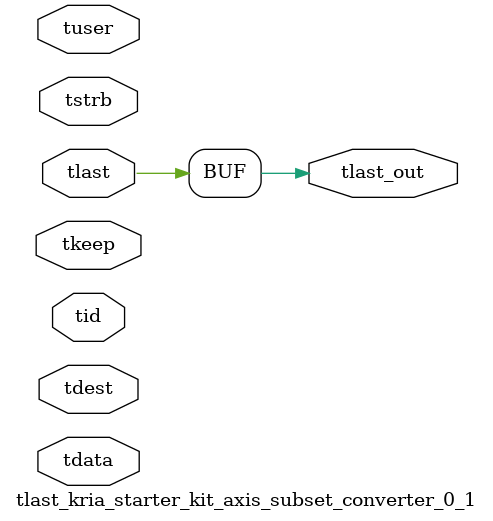
<source format=v>


`timescale 1ps/1ps

module tlast_kria_starter_kit_axis_subset_converter_0_1 #
(
parameter C_S_AXIS_TID_WIDTH   = 1,
parameter C_S_AXIS_TUSER_WIDTH = 0,
parameter C_S_AXIS_TDATA_WIDTH = 0,
parameter C_S_AXIS_TDEST_WIDTH = 0
)
(
input  [(C_S_AXIS_TID_WIDTH   == 0 ? 1 : C_S_AXIS_TID_WIDTH)-1:0       ] tid,
input  [(C_S_AXIS_TDATA_WIDTH == 0 ? 1 : C_S_AXIS_TDATA_WIDTH)-1:0     ] tdata,
input  [(C_S_AXIS_TUSER_WIDTH == 0 ? 1 : C_S_AXIS_TUSER_WIDTH)-1:0     ] tuser,
input  [(C_S_AXIS_TDEST_WIDTH == 0 ? 1 : C_S_AXIS_TDEST_WIDTH)-1:0     ] tdest,
input  [(C_S_AXIS_TDATA_WIDTH/8)-1:0 ] tkeep,
input  [(C_S_AXIS_TDATA_WIDTH/8)-1:0 ] tstrb,
input  [0:0]                                                             tlast,
output                                                                   tlast_out
);

assign tlast_out = {tlast};

endmodule


</source>
